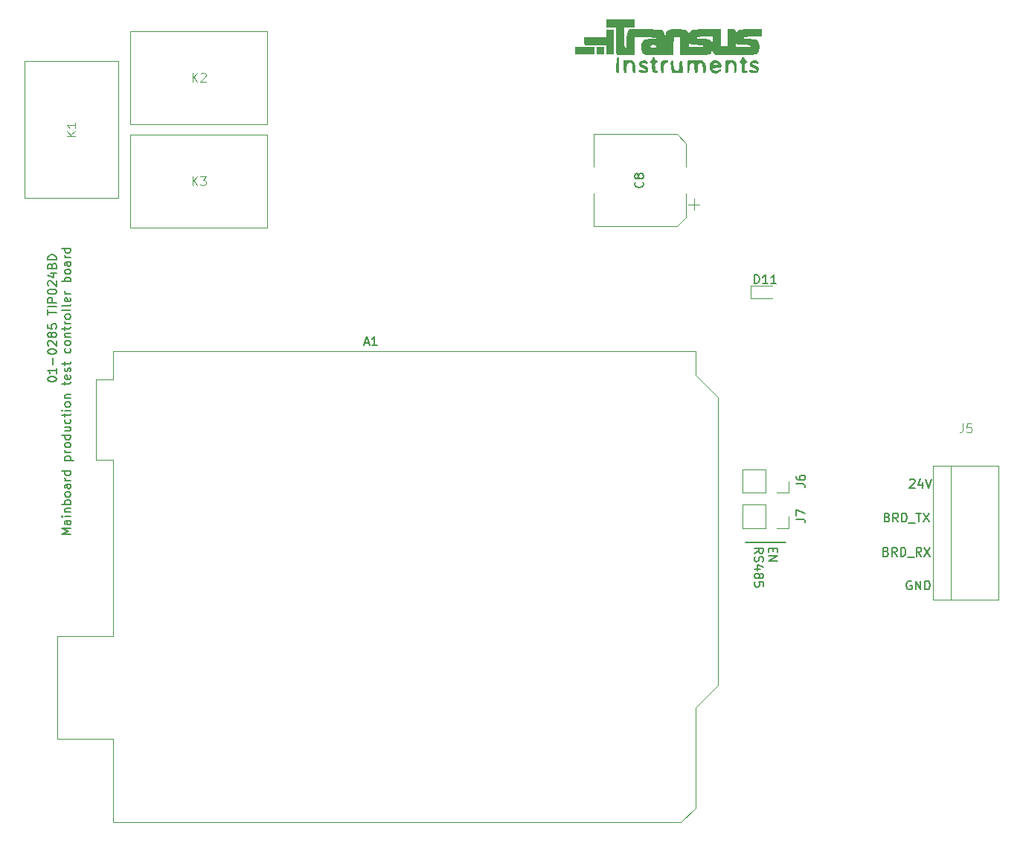
<source format=gbr>
%TF.GenerationSoftware,KiCad,Pcbnew,8.0.1*%
%TF.CreationDate,2024-07-10T12:18:48+02:00*%
%TF.ProjectId,TestBoardArduino,54657374-426f-4617-9264-41726475696e,rev?*%
%TF.SameCoordinates,Original*%
%TF.FileFunction,Legend,Top*%
%TF.FilePolarity,Positive*%
%FSLAX46Y46*%
G04 Gerber Fmt 4.6, Leading zero omitted, Abs format (unit mm)*
G04 Created by KiCad (PCBNEW 8.0.1) date 2024-07-10 12:18:48*
%MOMM*%
%LPD*%
G01*
G04 APERTURE LIST*
%ADD10C,0.150000*%
%ADD11C,0.100000*%
%ADD12C,0.120000*%
%ADD13C,0.000000*%
G04 APERTURE END LIST*
D10*
X152211147Y-93437100D02*
X147645747Y-93437100D01*
X68270794Y-74880741D02*
X68270794Y-74785503D01*
X68270794Y-74785503D02*
X68318413Y-74690265D01*
X68318413Y-74690265D02*
X68366032Y-74642646D01*
X68366032Y-74642646D02*
X68461270Y-74595027D01*
X68461270Y-74595027D02*
X68651746Y-74547408D01*
X68651746Y-74547408D02*
X68889841Y-74547408D01*
X68889841Y-74547408D02*
X69080317Y-74595027D01*
X69080317Y-74595027D02*
X69175555Y-74642646D01*
X69175555Y-74642646D02*
X69223175Y-74690265D01*
X69223175Y-74690265D02*
X69270794Y-74785503D01*
X69270794Y-74785503D02*
X69270794Y-74880741D01*
X69270794Y-74880741D02*
X69223175Y-74975979D01*
X69223175Y-74975979D02*
X69175555Y-75023598D01*
X69175555Y-75023598D02*
X69080317Y-75071217D01*
X69080317Y-75071217D02*
X68889841Y-75118836D01*
X68889841Y-75118836D02*
X68651746Y-75118836D01*
X68651746Y-75118836D02*
X68461270Y-75071217D01*
X68461270Y-75071217D02*
X68366032Y-75023598D01*
X68366032Y-75023598D02*
X68318413Y-74975979D01*
X68318413Y-74975979D02*
X68270794Y-74880741D01*
X69270794Y-73595027D02*
X69270794Y-74166455D01*
X69270794Y-73880741D02*
X68270794Y-73880741D01*
X68270794Y-73880741D02*
X68413651Y-73975979D01*
X68413651Y-73975979D02*
X68508889Y-74071217D01*
X68508889Y-74071217D02*
X68556508Y-74166455D01*
X68889841Y-73166455D02*
X68889841Y-72404551D01*
X68270794Y-71737884D02*
X68270794Y-71642646D01*
X68270794Y-71642646D02*
X68318413Y-71547408D01*
X68318413Y-71547408D02*
X68366032Y-71499789D01*
X68366032Y-71499789D02*
X68461270Y-71452170D01*
X68461270Y-71452170D02*
X68651746Y-71404551D01*
X68651746Y-71404551D02*
X68889841Y-71404551D01*
X68889841Y-71404551D02*
X69080317Y-71452170D01*
X69080317Y-71452170D02*
X69175555Y-71499789D01*
X69175555Y-71499789D02*
X69223175Y-71547408D01*
X69223175Y-71547408D02*
X69270794Y-71642646D01*
X69270794Y-71642646D02*
X69270794Y-71737884D01*
X69270794Y-71737884D02*
X69223175Y-71833122D01*
X69223175Y-71833122D02*
X69175555Y-71880741D01*
X69175555Y-71880741D02*
X69080317Y-71928360D01*
X69080317Y-71928360D02*
X68889841Y-71975979D01*
X68889841Y-71975979D02*
X68651746Y-71975979D01*
X68651746Y-71975979D02*
X68461270Y-71928360D01*
X68461270Y-71928360D02*
X68366032Y-71880741D01*
X68366032Y-71880741D02*
X68318413Y-71833122D01*
X68318413Y-71833122D02*
X68270794Y-71737884D01*
X68366032Y-71023598D02*
X68318413Y-70975979D01*
X68318413Y-70975979D02*
X68270794Y-70880741D01*
X68270794Y-70880741D02*
X68270794Y-70642646D01*
X68270794Y-70642646D02*
X68318413Y-70547408D01*
X68318413Y-70547408D02*
X68366032Y-70499789D01*
X68366032Y-70499789D02*
X68461270Y-70452170D01*
X68461270Y-70452170D02*
X68556508Y-70452170D01*
X68556508Y-70452170D02*
X68699365Y-70499789D01*
X68699365Y-70499789D02*
X69270794Y-71071217D01*
X69270794Y-71071217D02*
X69270794Y-70452170D01*
X68699365Y-69880741D02*
X68651746Y-69975979D01*
X68651746Y-69975979D02*
X68604127Y-70023598D01*
X68604127Y-70023598D02*
X68508889Y-70071217D01*
X68508889Y-70071217D02*
X68461270Y-70071217D01*
X68461270Y-70071217D02*
X68366032Y-70023598D01*
X68366032Y-70023598D02*
X68318413Y-69975979D01*
X68318413Y-69975979D02*
X68270794Y-69880741D01*
X68270794Y-69880741D02*
X68270794Y-69690265D01*
X68270794Y-69690265D02*
X68318413Y-69595027D01*
X68318413Y-69595027D02*
X68366032Y-69547408D01*
X68366032Y-69547408D02*
X68461270Y-69499789D01*
X68461270Y-69499789D02*
X68508889Y-69499789D01*
X68508889Y-69499789D02*
X68604127Y-69547408D01*
X68604127Y-69547408D02*
X68651746Y-69595027D01*
X68651746Y-69595027D02*
X68699365Y-69690265D01*
X68699365Y-69690265D02*
X68699365Y-69880741D01*
X68699365Y-69880741D02*
X68746984Y-69975979D01*
X68746984Y-69975979D02*
X68794603Y-70023598D01*
X68794603Y-70023598D02*
X68889841Y-70071217D01*
X68889841Y-70071217D02*
X69080317Y-70071217D01*
X69080317Y-70071217D02*
X69175555Y-70023598D01*
X69175555Y-70023598D02*
X69223175Y-69975979D01*
X69223175Y-69975979D02*
X69270794Y-69880741D01*
X69270794Y-69880741D02*
X69270794Y-69690265D01*
X69270794Y-69690265D02*
X69223175Y-69595027D01*
X69223175Y-69595027D02*
X69175555Y-69547408D01*
X69175555Y-69547408D02*
X69080317Y-69499789D01*
X69080317Y-69499789D02*
X68889841Y-69499789D01*
X68889841Y-69499789D02*
X68794603Y-69547408D01*
X68794603Y-69547408D02*
X68746984Y-69595027D01*
X68746984Y-69595027D02*
X68699365Y-69690265D01*
X68270794Y-68595027D02*
X68270794Y-69071217D01*
X68270794Y-69071217D02*
X68746984Y-69118836D01*
X68746984Y-69118836D02*
X68699365Y-69071217D01*
X68699365Y-69071217D02*
X68651746Y-68975979D01*
X68651746Y-68975979D02*
X68651746Y-68737884D01*
X68651746Y-68737884D02*
X68699365Y-68642646D01*
X68699365Y-68642646D02*
X68746984Y-68595027D01*
X68746984Y-68595027D02*
X68842222Y-68547408D01*
X68842222Y-68547408D02*
X69080317Y-68547408D01*
X69080317Y-68547408D02*
X69175555Y-68595027D01*
X69175555Y-68595027D02*
X69223175Y-68642646D01*
X69223175Y-68642646D02*
X69270794Y-68737884D01*
X69270794Y-68737884D02*
X69270794Y-68975979D01*
X69270794Y-68975979D02*
X69223175Y-69071217D01*
X69223175Y-69071217D02*
X69175555Y-69118836D01*
X68270794Y-67499788D02*
X68270794Y-66928360D01*
X69270794Y-67214074D02*
X68270794Y-67214074D01*
X69270794Y-66595026D02*
X68270794Y-66595026D01*
X69270794Y-66118836D02*
X68270794Y-66118836D01*
X68270794Y-66118836D02*
X68270794Y-65737884D01*
X68270794Y-65737884D02*
X68318413Y-65642646D01*
X68318413Y-65642646D02*
X68366032Y-65595027D01*
X68366032Y-65595027D02*
X68461270Y-65547408D01*
X68461270Y-65547408D02*
X68604127Y-65547408D01*
X68604127Y-65547408D02*
X68699365Y-65595027D01*
X68699365Y-65595027D02*
X68746984Y-65642646D01*
X68746984Y-65642646D02*
X68794603Y-65737884D01*
X68794603Y-65737884D02*
X68794603Y-66118836D01*
X68270794Y-64928360D02*
X68270794Y-64833122D01*
X68270794Y-64833122D02*
X68318413Y-64737884D01*
X68318413Y-64737884D02*
X68366032Y-64690265D01*
X68366032Y-64690265D02*
X68461270Y-64642646D01*
X68461270Y-64642646D02*
X68651746Y-64595027D01*
X68651746Y-64595027D02*
X68889841Y-64595027D01*
X68889841Y-64595027D02*
X69080317Y-64642646D01*
X69080317Y-64642646D02*
X69175555Y-64690265D01*
X69175555Y-64690265D02*
X69223175Y-64737884D01*
X69223175Y-64737884D02*
X69270794Y-64833122D01*
X69270794Y-64833122D02*
X69270794Y-64928360D01*
X69270794Y-64928360D02*
X69223175Y-65023598D01*
X69223175Y-65023598D02*
X69175555Y-65071217D01*
X69175555Y-65071217D02*
X69080317Y-65118836D01*
X69080317Y-65118836D02*
X68889841Y-65166455D01*
X68889841Y-65166455D02*
X68651746Y-65166455D01*
X68651746Y-65166455D02*
X68461270Y-65118836D01*
X68461270Y-65118836D02*
X68366032Y-65071217D01*
X68366032Y-65071217D02*
X68318413Y-65023598D01*
X68318413Y-65023598D02*
X68270794Y-64928360D01*
X68366032Y-64214074D02*
X68318413Y-64166455D01*
X68318413Y-64166455D02*
X68270794Y-64071217D01*
X68270794Y-64071217D02*
X68270794Y-63833122D01*
X68270794Y-63833122D02*
X68318413Y-63737884D01*
X68318413Y-63737884D02*
X68366032Y-63690265D01*
X68366032Y-63690265D02*
X68461270Y-63642646D01*
X68461270Y-63642646D02*
X68556508Y-63642646D01*
X68556508Y-63642646D02*
X68699365Y-63690265D01*
X68699365Y-63690265D02*
X69270794Y-64261693D01*
X69270794Y-64261693D02*
X69270794Y-63642646D01*
X68604127Y-62785503D02*
X69270794Y-62785503D01*
X68223175Y-63023598D02*
X68937460Y-63261693D01*
X68937460Y-63261693D02*
X68937460Y-62642646D01*
X68746984Y-61928360D02*
X68794603Y-61785503D01*
X68794603Y-61785503D02*
X68842222Y-61737884D01*
X68842222Y-61737884D02*
X68937460Y-61690265D01*
X68937460Y-61690265D02*
X69080317Y-61690265D01*
X69080317Y-61690265D02*
X69175555Y-61737884D01*
X69175555Y-61737884D02*
X69223175Y-61785503D01*
X69223175Y-61785503D02*
X69270794Y-61880741D01*
X69270794Y-61880741D02*
X69270794Y-62261693D01*
X69270794Y-62261693D02*
X68270794Y-62261693D01*
X68270794Y-62261693D02*
X68270794Y-61928360D01*
X68270794Y-61928360D02*
X68318413Y-61833122D01*
X68318413Y-61833122D02*
X68366032Y-61785503D01*
X68366032Y-61785503D02*
X68461270Y-61737884D01*
X68461270Y-61737884D02*
X68556508Y-61737884D01*
X68556508Y-61737884D02*
X68651746Y-61785503D01*
X68651746Y-61785503D02*
X68699365Y-61833122D01*
X68699365Y-61833122D02*
X68746984Y-61928360D01*
X68746984Y-61928360D02*
X68746984Y-62261693D01*
X69270794Y-61261693D02*
X68270794Y-61261693D01*
X68270794Y-61261693D02*
X68270794Y-61023598D01*
X68270794Y-61023598D02*
X68318413Y-60880741D01*
X68318413Y-60880741D02*
X68413651Y-60785503D01*
X68413651Y-60785503D02*
X68508889Y-60737884D01*
X68508889Y-60737884D02*
X68699365Y-60690265D01*
X68699365Y-60690265D02*
X68842222Y-60690265D01*
X68842222Y-60690265D02*
X69032698Y-60737884D01*
X69032698Y-60737884D02*
X69127936Y-60785503D01*
X69127936Y-60785503D02*
X69223175Y-60880741D01*
X69223175Y-60880741D02*
X69270794Y-61023598D01*
X69270794Y-61023598D02*
X69270794Y-61261693D01*
X70880738Y-92499795D02*
X69880738Y-92499795D01*
X69880738Y-92499795D02*
X70595023Y-92166462D01*
X70595023Y-92166462D02*
X69880738Y-91833129D01*
X69880738Y-91833129D02*
X70880738Y-91833129D01*
X70880738Y-90928367D02*
X70356928Y-90928367D01*
X70356928Y-90928367D02*
X70261690Y-90975986D01*
X70261690Y-90975986D02*
X70214071Y-91071224D01*
X70214071Y-91071224D02*
X70214071Y-91261700D01*
X70214071Y-91261700D02*
X70261690Y-91356938D01*
X70833119Y-90928367D02*
X70880738Y-91023605D01*
X70880738Y-91023605D02*
X70880738Y-91261700D01*
X70880738Y-91261700D02*
X70833119Y-91356938D01*
X70833119Y-91356938D02*
X70737880Y-91404557D01*
X70737880Y-91404557D02*
X70642642Y-91404557D01*
X70642642Y-91404557D02*
X70547404Y-91356938D01*
X70547404Y-91356938D02*
X70499785Y-91261700D01*
X70499785Y-91261700D02*
X70499785Y-91023605D01*
X70499785Y-91023605D02*
X70452166Y-90928367D01*
X70880738Y-90452176D02*
X70214071Y-90452176D01*
X69880738Y-90452176D02*
X69928357Y-90499795D01*
X69928357Y-90499795D02*
X69975976Y-90452176D01*
X69975976Y-90452176D02*
X69928357Y-90404557D01*
X69928357Y-90404557D02*
X69880738Y-90452176D01*
X69880738Y-90452176D02*
X69975976Y-90452176D01*
X70214071Y-89975986D02*
X70880738Y-89975986D01*
X70309309Y-89975986D02*
X70261690Y-89928367D01*
X70261690Y-89928367D02*
X70214071Y-89833129D01*
X70214071Y-89833129D02*
X70214071Y-89690272D01*
X70214071Y-89690272D02*
X70261690Y-89595034D01*
X70261690Y-89595034D02*
X70356928Y-89547415D01*
X70356928Y-89547415D02*
X70880738Y-89547415D01*
X70880738Y-89071224D02*
X69880738Y-89071224D01*
X70261690Y-89071224D02*
X70214071Y-88975986D01*
X70214071Y-88975986D02*
X70214071Y-88785510D01*
X70214071Y-88785510D02*
X70261690Y-88690272D01*
X70261690Y-88690272D02*
X70309309Y-88642653D01*
X70309309Y-88642653D02*
X70404547Y-88595034D01*
X70404547Y-88595034D02*
X70690261Y-88595034D01*
X70690261Y-88595034D02*
X70785499Y-88642653D01*
X70785499Y-88642653D02*
X70833119Y-88690272D01*
X70833119Y-88690272D02*
X70880738Y-88785510D01*
X70880738Y-88785510D02*
X70880738Y-88975986D01*
X70880738Y-88975986D02*
X70833119Y-89071224D01*
X70880738Y-88023605D02*
X70833119Y-88118843D01*
X70833119Y-88118843D02*
X70785499Y-88166462D01*
X70785499Y-88166462D02*
X70690261Y-88214081D01*
X70690261Y-88214081D02*
X70404547Y-88214081D01*
X70404547Y-88214081D02*
X70309309Y-88166462D01*
X70309309Y-88166462D02*
X70261690Y-88118843D01*
X70261690Y-88118843D02*
X70214071Y-88023605D01*
X70214071Y-88023605D02*
X70214071Y-87880748D01*
X70214071Y-87880748D02*
X70261690Y-87785510D01*
X70261690Y-87785510D02*
X70309309Y-87737891D01*
X70309309Y-87737891D02*
X70404547Y-87690272D01*
X70404547Y-87690272D02*
X70690261Y-87690272D01*
X70690261Y-87690272D02*
X70785499Y-87737891D01*
X70785499Y-87737891D02*
X70833119Y-87785510D01*
X70833119Y-87785510D02*
X70880738Y-87880748D01*
X70880738Y-87880748D02*
X70880738Y-88023605D01*
X70880738Y-86833129D02*
X70356928Y-86833129D01*
X70356928Y-86833129D02*
X70261690Y-86880748D01*
X70261690Y-86880748D02*
X70214071Y-86975986D01*
X70214071Y-86975986D02*
X70214071Y-87166462D01*
X70214071Y-87166462D02*
X70261690Y-87261700D01*
X70833119Y-86833129D02*
X70880738Y-86928367D01*
X70880738Y-86928367D02*
X70880738Y-87166462D01*
X70880738Y-87166462D02*
X70833119Y-87261700D01*
X70833119Y-87261700D02*
X70737880Y-87309319D01*
X70737880Y-87309319D02*
X70642642Y-87309319D01*
X70642642Y-87309319D02*
X70547404Y-87261700D01*
X70547404Y-87261700D02*
X70499785Y-87166462D01*
X70499785Y-87166462D02*
X70499785Y-86928367D01*
X70499785Y-86928367D02*
X70452166Y-86833129D01*
X70880738Y-86356938D02*
X70214071Y-86356938D01*
X70404547Y-86356938D02*
X70309309Y-86309319D01*
X70309309Y-86309319D02*
X70261690Y-86261700D01*
X70261690Y-86261700D02*
X70214071Y-86166462D01*
X70214071Y-86166462D02*
X70214071Y-86071224D01*
X70880738Y-85309319D02*
X69880738Y-85309319D01*
X70833119Y-85309319D02*
X70880738Y-85404557D01*
X70880738Y-85404557D02*
X70880738Y-85595033D01*
X70880738Y-85595033D02*
X70833119Y-85690271D01*
X70833119Y-85690271D02*
X70785499Y-85737890D01*
X70785499Y-85737890D02*
X70690261Y-85785509D01*
X70690261Y-85785509D02*
X70404547Y-85785509D01*
X70404547Y-85785509D02*
X70309309Y-85737890D01*
X70309309Y-85737890D02*
X70261690Y-85690271D01*
X70261690Y-85690271D02*
X70214071Y-85595033D01*
X70214071Y-85595033D02*
X70214071Y-85404557D01*
X70214071Y-85404557D02*
X70261690Y-85309319D01*
X70214071Y-84071223D02*
X71214071Y-84071223D01*
X70261690Y-84071223D02*
X70214071Y-83975985D01*
X70214071Y-83975985D02*
X70214071Y-83785509D01*
X70214071Y-83785509D02*
X70261690Y-83690271D01*
X70261690Y-83690271D02*
X70309309Y-83642652D01*
X70309309Y-83642652D02*
X70404547Y-83595033D01*
X70404547Y-83595033D02*
X70690261Y-83595033D01*
X70690261Y-83595033D02*
X70785499Y-83642652D01*
X70785499Y-83642652D02*
X70833119Y-83690271D01*
X70833119Y-83690271D02*
X70880738Y-83785509D01*
X70880738Y-83785509D02*
X70880738Y-83975985D01*
X70880738Y-83975985D02*
X70833119Y-84071223D01*
X70880738Y-83166461D02*
X70214071Y-83166461D01*
X70404547Y-83166461D02*
X70309309Y-83118842D01*
X70309309Y-83118842D02*
X70261690Y-83071223D01*
X70261690Y-83071223D02*
X70214071Y-82975985D01*
X70214071Y-82975985D02*
X70214071Y-82880747D01*
X70880738Y-82404556D02*
X70833119Y-82499794D01*
X70833119Y-82499794D02*
X70785499Y-82547413D01*
X70785499Y-82547413D02*
X70690261Y-82595032D01*
X70690261Y-82595032D02*
X70404547Y-82595032D01*
X70404547Y-82595032D02*
X70309309Y-82547413D01*
X70309309Y-82547413D02*
X70261690Y-82499794D01*
X70261690Y-82499794D02*
X70214071Y-82404556D01*
X70214071Y-82404556D02*
X70214071Y-82261699D01*
X70214071Y-82261699D02*
X70261690Y-82166461D01*
X70261690Y-82166461D02*
X70309309Y-82118842D01*
X70309309Y-82118842D02*
X70404547Y-82071223D01*
X70404547Y-82071223D02*
X70690261Y-82071223D01*
X70690261Y-82071223D02*
X70785499Y-82118842D01*
X70785499Y-82118842D02*
X70833119Y-82166461D01*
X70833119Y-82166461D02*
X70880738Y-82261699D01*
X70880738Y-82261699D02*
X70880738Y-82404556D01*
X70880738Y-81214080D02*
X69880738Y-81214080D01*
X70833119Y-81214080D02*
X70880738Y-81309318D01*
X70880738Y-81309318D02*
X70880738Y-81499794D01*
X70880738Y-81499794D02*
X70833119Y-81595032D01*
X70833119Y-81595032D02*
X70785499Y-81642651D01*
X70785499Y-81642651D02*
X70690261Y-81690270D01*
X70690261Y-81690270D02*
X70404547Y-81690270D01*
X70404547Y-81690270D02*
X70309309Y-81642651D01*
X70309309Y-81642651D02*
X70261690Y-81595032D01*
X70261690Y-81595032D02*
X70214071Y-81499794D01*
X70214071Y-81499794D02*
X70214071Y-81309318D01*
X70214071Y-81309318D02*
X70261690Y-81214080D01*
X70214071Y-80309318D02*
X70880738Y-80309318D01*
X70214071Y-80737889D02*
X70737880Y-80737889D01*
X70737880Y-80737889D02*
X70833119Y-80690270D01*
X70833119Y-80690270D02*
X70880738Y-80595032D01*
X70880738Y-80595032D02*
X70880738Y-80452175D01*
X70880738Y-80452175D02*
X70833119Y-80356937D01*
X70833119Y-80356937D02*
X70785499Y-80309318D01*
X70833119Y-79404556D02*
X70880738Y-79499794D01*
X70880738Y-79499794D02*
X70880738Y-79690270D01*
X70880738Y-79690270D02*
X70833119Y-79785508D01*
X70833119Y-79785508D02*
X70785499Y-79833127D01*
X70785499Y-79833127D02*
X70690261Y-79880746D01*
X70690261Y-79880746D02*
X70404547Y-79880746D01*
X70404547Y-79880746D02*
X70309309Y-79833127D01*
X70309309Y-79833127D02*
X70261690Y-79785508D01*
X70261690Y-79785508D02*
X70214071Y-79690270D01*
X70214071Y-79690270D02*
X70214071Y-79499794D01*
X70214071Y-79499794D02*
X70261690Y-79404556D01*
X70214071Y-79118841D02*
X70214071Y-78737889D01*
X69880738Y-78975984D02*
X70737880Y-78975984D01*
X70737880Y-78975984D02*
X70833119Y-78928365D01*
X70833119Y-78928365D02*
X70880738Y-78833127D01*
X70880738Y-78833127D02*
X70880738Y-78737889D01*
X70880738Y-78404555D02*
X70214071Y-78404555D01*
X69880738Y-78404555D02*
X69928357Y-78452174D01*
X69928357Y-78452174D02*
X69975976Y-78404555D01*
X69975976Y-78404555D02*
X69928357Y-78356936D01*
X69928357Y-78356936D02*
X69880738Y-78404555D01*
X69880738Y-78404555D02*
X69975976Y-78404555D01*
X70880738Y-77785508D02*
X70833119Y-77880746D01*
X70833119Y-77880746D02*
X70785499Y-77928365D01*
X70785499Y-77928365D02*
X70690261Y-77975984D01*
X70690261Y-77975984D02*
X70404547Y-77975984D01*
X70404547Y-77975984D02*
X70309309Y-77928365D01*
X70309309Y-77928365D02*
X70261690Y-77880746D01*
X70261690Y-77880746D02*
X70214071Y-77785508D01*
X70214071Y-77785508D02*
X70214071Y-77642651D01*
X70214071Y-77642651D02*
X70261690Y-77547413D01*
X70261690Y-77547413D02*
X70309309Y-77499794D01*
X70309309Y-77499794D02*
X70404547Y-77452175D01*
X70404547Y-77452175D02*
X70690261Y-77452175D01*
X70690261Y-77452175D02*
X70785499Y-77499794D01*
X70785499Y-77499794D02*
X70833119Y-77547413D01*
X70833119Y-77547413D02*
X70880738Y-77642651D01*
X70880738Y-77642651D02*
X70880738Y-77785508D01*
X70214071Y-77023603D02*
X70880738Y-77023603D01*
X70309309Y-77023603D02*
X70261690Y-76975984D01*
X70261690Y-76975984D02*
X70214071Y-76880746D01*
X70214071Y-76880746D02*
X70214071Y-76737889D01*
X70214071Y-76737889D02*
X70261690Y-76642651D01*
X70261690Y-76642651D02*
X70356928Y-76595032D01*
X70356928Y-76595032D02*
X70880738Y-76595032D01*
X70214071Y-75499793D02*
X70214071Y-75118841D01*
X69880738Y-75356936D02*
X70737880Y-75356936D01*
X70737880Y-75356936D02*
X70833119Y-75309317D01*
X70833119Y-75309317D02*
X70880738Y-75214079D01*
X70880738Y-75214079D02*
X70880738Y-75118841D01*
X70833119Y-74404555D02*
X70880738Y-74499793D01*
X70880738Y-74499793D02*
X70880738Y-74690269D01*
X70880738Y-74690269D02*
X70833119Y-74785507D01*
X70833119Y-74785507D02*
X70737880Y-74833126D01*
X70737880Y-74833126D02*
X70356928Y-74833126D01*
X70356928Y-74833126D02*
X70261690Y-74785507D01*
X70261690Y-74785507D02*
X70214071Y-74690269D01*
X70214071Y-74690269D02*
X70214071Y-74499793D01*
X70214071Y-74499793D02*
X70261690Y-74404555D01*
X70261690Y-74404555D02*
X70356928Y-74356936D01*
X70356928Y-74356936D02*
X70452166Y-74356936D01*
X70452166Y-74356936D02*
X70547404Y-74833126D01*
X70833119Y-73975983D02*
X70880738Y-73880745D01*
X70880738Y-73880745D02*
X70880738Y-73690269D01*
X70880738Y-73690269D02*
X70833119Y-73595031D01*
X70833119Y-73595031D02*
X70737880Y-73547412D01*
X70737880Y-73547412D02*
X70690261Y-73547412D01*
X70690261Y-73547412D02*
X70595023Y-73595031D01*
X70595023Y-73595031D02*
X70547404Y-73690269D01*
X70547404Y-73690269D02*
X70547404Y-73833126D01*
X70547404Y-73833126D02*
X70499785Y-73928364D01*
X70499785Y-73928364D02*
X70404547Y-73975983D01*
X70404547Y-73975983D02*
X70356928Y-73975983D01*
X70356928Y-73975983D02*
X70261690Y-73928364D01*
X70261690Y-73928364D02*
X70214071Y-73833126D01*
X70214071Y-73833126D02*
X70214071Y-73690269D01*
X70214071Y-73690269D02*
X70261690Y-73595031D01*
X70214071Y-73261697D02*
X70214071Y-72880745D01*
X69880738Y-73118840D02*
X70737880Y-73118840D01*
X70737880Y-73118840D02*
X70833119Y-73071221D01*
X70833119Y-73071221D02*
X70880738Y-72975983D01*
X70880738Y-72975983D02*
X70880738Y-72880745D01*
X70833119Y-71356935D02*
X70880738Y-71452173D01*
X70880738Y-71452173D02*
X70880738Y-71642649D01*
X70880738Y-71642649D02*
X70833119Y-71737887D01*
X70833119Y-71737887D02*
X70785499Y-71785506D01*
X70785499Y-71785506D02*
X70690261Y-71833125D01*
X70690261Y-71833125D02*
X70404547Y-71833125D01*
X70404547Y-71833125D02*
X70309309Y-71785506D01*
X70309309Y-71785506D02*
X70261690Y-71737887D01*
X70261690Y-71737887D02*
X70214071Y-71642649D01*
X70214071Y-71642649D02*
X70214071Y-71452173D01*
X70214071Y-71452173D02*
X70261690Y-71356935D01*
X70880738Y-70785506D02*
X70833119Y-70880744D01*
X70833119Y-70880744D02*
X70785499Y-70928363D01*
X70785499Y-70928363D02*
X70690261Y-70975982D01*
X70690261Y-70975982D02*
X70404547Y-70975982D01*
X70404547Y-70975982D02*
X70309309Y-70928363D01*
X70309309Y-70928363D02*
X70261690Y-70880744D01*
X70261690Y-70880744D02*
X70214071Y-70785506D01*
X70214071Y-70785506D02*
X70214071Y-70642649D01*
X70214071Y-70642649D02*
X70261690Y-70547411D01*
X70261690Y-70547411D02*
X70309309Y-70499792D01*
X70309309Y-70499792D02*
X70404547Y-70452173D01*
X70404547Y-70452173D02*
X70690261Y-70452173D01*
X70690261Y-70452173D02*
X70785499Y-70499792D01*
X70785499Y-70499792D02*
X70833119Y-70547411D01*
X70833119Y-70547411D02*
X70880738Y-70642649D01*
X70880738Y-70642649D02*
X70880738Y-70785506D01*
X70214071Y-70023601D02*
X70880738Y-70023601D01*
X70309309Y-70023601D02*
X70261690Y-69975982D01*
X70261690Y-69975982D02*
X70214071Y-69880744D01*
X70214071Y-69880744D02*
X70214071Y-69737887D01*
X70214071Y-69737887D02*
X70261690Y-69642649D01*
X70261690Y-69642649D02*
X70356928Y-69595030D01*
X70356928Y-69595030D02*
X70880738Y-69595030D01*
X70214071Y-69261696D02*
X70214071Y-68880744D01*
X69880738Y-69118839D02*
X70737880Y-69118839D01*
X70737880Y-69118839D02*
X70833119Y-69071220D01*
X70833119Y-69071220D02*
X70880738Y-68975982D01*
X70880738Y-68975982D02*
X70880738Y-68880744D01*
X70880738Y-68547410D02*
X70214071Y-68547410D01*
X70404547Y-68547410D02*
X70309309Y-68499791D01*
X70309309Y-68499791D02*
X70261690Y-68452172D01*
X70261690Y-68452172D02*
X70214071Y-68356934D01*
X70214071Y-68356934D02*
X70214071Y-68261696D01*
X70880738Y-67785505D02*
X70833119Y-67880743D01*
X70833119Y-67880743D02*
X70785499Y-67928362D01*
X70785499Y-67928362D02*
X70690261Y-67975981D01*
X70690261Y-67975981D02*
X70404547Y-67975981D01*
X70404547Y-67975981D02*
X70309309Y-67928362D01*
X70309309Y-67928362D02*
X70261690Y-67880743D01*
X70261690Y-67880743D02*
X70214071Y-67785505D01*
X70214071Y-67785505D02*
X70214071Y-67642648D01*
X70214071Y-67642648D02*
X70261690Y-67547410D01*
X70261690Y-67547410D02*
X70309309Y-67499791D01*
X70309309Y-67499791D02*
X70404547Y-67452172D01*
X70404547Y-67452172D02*
X70690261Y-67452172D01*
X70690261Y-67452172D02*
X70785499Y-67499791D01*
X70785499Y-67499791D02*
X70833119Y-67547410D01*
X70833119Y-67547410D02*
X70880738Y-67642648D01*
X70880738Y-67642648D02*
X70880738Y-67785505D01*
X70880738Y-66880743D02*
X70833119Y-66975981D01*
X70833119Y-66975981D02*
X70737880Y-67023600D01*
X70737880Y-67023600D02*
X69880738Y-67023600D01*
X70880738Y-66356933D02*
X70833119Y-66452171D01*
X70833119Y-66452171D02*
X70737880Y-66499790D01*
X70737880Y-66499790D02*
X69880738Y-66499790D01*
X70833119Y-65595028D02*
X70880738Y-65690266D01*
X70880738Y-65690266D02*
X70880738Y-65880742D01*
X70880738Y-65880742D02*
X70833119Y-65975980D01*
X70833119Y-65975980D02*
X70737880Y-66023599D01*
X70737880Y-66023599D02*
X70356928Y-66023599D01*
X70356928Y-66023599D02*
X70261690Y-65975980D01*
X70261690Y-65975980D02*
X70214071Y-65880742D01*
X70214071Y-65880742D02*
X70214071Y-65690266D01*
X70214071Y-65690266D02*
X70261690Y-65595028D01*
X70261690Y-65595028D02*
X70356928Y-65547409D01*
X70356928Y-65547409D02*
X70452166Y-65547409D01*
X70452166Y-65547409D02*
X70547404Y-66023599D01*
X70880738Y-65118837D02*
X70214071Y-65118837D01*
X70404547Y-65118837D02*
X70309309Y-65071218D01*
X70309309Y-65071218D02*
X70261690Y-65023599D01*
X70261690Y-65023599D02*
X70214071Y-64928361D01*
X70214071Y-64928361D02*
X70214071Y-64833123D01*
X70880738Y-63737884D02*
X69880738Y-63737884D01*
X70261690Y-63737884D02*
X70214071Y-63642646D01*
X70214071Y-63642646D02*
X70214071Y-63452170D01*
X70214071Y-63452170D02*
X70261690Y-63356932D01*
X70261690Y-63356932D02*
X70309309Y-63309313D01*
X70309309Y-63309313D02*
X70404547Y-63261694D01*
X70404547Y-63261694D02*
X70690261Y-63261694D01*
X70690261Y-63261694D02*
X70785499Y-63309313D01*
X70785499Y-63309313D02*
X70833119Y-63356932D01*
X70833119Y-63356932D02*
X70880738Y-63452170D01*
X70880738Y-63452170D02*
X70880738Y-63642646D01*
X70880738Y-63642646D02*
X70833119Y-63737884D01*
X70880738Y-62690265D02*
X70833119Y-62785503D01*
X70833119Y-62785503D02*
X70785499Y-62833122D01*
X70785499Y-62833122D02*
X70690261Y-62880741D01*
X70690261Y-62880741D02*
X70404547Y-62880741D01*
X70404547Y-62880741D02*
X70309309Y-62833122D01*
X70309309Y-62833122D02*
X70261690Y-62785503D01*
X70261690Y-62785503D02*
X70214071Y-62690265D01*
X70214071Y-62690265D02*
X70214071Y-62547408D01*
X70214071Y-62547408D02*
X70261690Y-62452170D01*
X70261690Y-62452170D02*
X70309309Y-62404551D01*
X70309309Y-62404551D02*
X70404547Y-62356932D01*
X70404547Y-62356932D02*
X70690261Y-62356932D01*
X70690261Y-62356932D02*
X70785499Y-62404551D01*
X70785499Y-62404551D02*
X70833119Y-62452170D01*
X70833119Y-62452170D02*
X70880738Y-62547408D01*
X70880738Y-62547408D02*
X70880738Y-62690265D01*
X70880738Y-61499789D02*
X70356928Y-61499789D01*
X70356928Y-61499789D02*
X70261690Y-61547408D01*
X70261690Y-61547408D02*
X70214071Y-61642646D01*
X70214071Y-61642646D02*
X70214071Y-61833122D01*
X70214071Y-61833122D02*
X70261690Y-61928360D01*
X70833119Y-61499789D02*
X70880738Y-61595027D01*
X70880738Y-61595027D02*
X70880738Y-61833122D01*
X70880738Y-61833122D02*
X70833119Y-61928360D01*
X70833119Y-61928360D02*
X70737880Y-61975979D01*
X70737880Y-61975979D02*
X70642642Y-61975979D01*
X70642642Y-61975979D02*
X70547404Y-61928360D01*
X70547404Y-61928360D02*
X70499785Y-61833122D01*
X70499785Y-61833122D02*
X70499785Y-61595027D01*
X70499785Y-61595027D02*
X70452166Y-61499789D01*
X70880738Y-61023598D02*
X70214071Y-61023598D01*
X70404547Y-61023598D02*
X70309309Y-60975979D01*
X70309309Y-60975979D02*
X70261690Y-60928360D01*
X70261690Y-60928360D02*
X70214071Y-60833122D01*
X70214071Y-60833122D02*
X70214071Y-60737884D01*
X70880738Y-59975979D02*
X69880738Y-59975979D01*
X70833119Y-59975979D02*
X70880738Y-60071217D01*
X70880738Y-60071217D02*
X70880738Y-60261693D01*
X70880738Y-60261693D02*
X70833119Y-60356931D01*
X70833119Y-60356931D02*
X70785499Y-60404550D01*
X70785499Y-60404550D02*
X70690261Y-60452169D01*
X70690261Y-60452169D02*
X70404547Y-60452169D01*
X70404547Y-60452169D02*
X70309309Y-60404550D01*
X70309309Y-60404550D02*
X70261690Y-60356931D01*
X70261690Y-60356931D02*
X70214071Y-60261693D01*
X70214071Y-60261693D02*
X70214071Y-60071217D01*
X70214071Y-60071217D02*
X70261690Y-59975979D01*
X163686859Y-94469009D02*
X163829716Y-94516628D01*
X163829716Y-94516628D02*
X163877335Y-94564247D01*
X163877335Y-94564247D02*
X163924954Y-94659485D01*
X163924954Y-94659485D02*
X163924954Y-94802342D01*
X163924954Y-94802342D02*
X163877335Y-94897580D01*
X163877335Y-94897580D02*
X163829716Y-94945200D01*
X163829716Y-94945200D02*
X163734478Y-94992819D01*
X163734478Y-94992819D02*
X163353526Y-94992819D01*
X163353526Y-94992819D02*
X163353526Y-93992819D01*
X163353526Y-93992819D02*
X163686859Y-93992819D01*
X163686859Y-93992819D02*
X163782097Y-94040438D01*
X163782097Y-94040438D02*
X163829716Y-94088057D01*
X163829716Y-94088057D02*
X163877335Y-94183295D01*
X163877335Y-94183295D02*
X163877335Y-94278533D01*
X163877335Y-94278533D02*
X163829716Y-94373771D01*
X163829716Y-94373771D02*
X163782097Y-94421390D01*
X163782097Y-94421390D02*
X163686859Y-94469009D01*
X163686859Y-94469009D02*
X163353526Y-94469009D01*
X164924954Y-94992819D02*
X164591621Y-94516628D01*
X164353526Y-94992819D02*
X164353526Y-93992819D01*
X164353526Y-93992819D02*
X164734478Y-93992819D01*
X164734478Y-93992819D02*
X164829716Y-94040438D01*
X164829716Y-94040438D02*
X164877335Y-94088057D01*
X164877335Y-94088057D02*
X164924954Y-94183295D01*
X164924954Y-94183295D02*
X164924954Y-94326152D01*
X164924954Y-94326152D02*
X164877335Y-94421390D01*
X164877335Y-94421390D02*
X164829716Y-94469009D01*
X164829716Y-94469009D02*
X164734478Y-94516628D01*
X164734478Y-94516628D02*
X164353526Y-94516628D01*
X165353526Y-94992819D02*
X165353526Y-93992819D01*
X165353526Y-93992819D02*
X165591621Y-93992819D01*
X165591621Y-93992819D02*
X165734478Y-94040438D01*
X165734478Y-94040438D02*
X165829716Y-94135676D01*
X165829716Y-94135676D02*
X165877335Y-94230914D01*
X165877335Y-94230914D02*
X165924954Y-94421390D01*
X165924954Y-94421390D02*
X165924954Y-94564247D01*
X165924954Y-94564247D02*
X165877335Y-94754723D01*
X165877335Y-94754723D02*
X165829716Y-94849961D01*
X165829716Y-94849961D02*
X165734478Y-94945200D01*
X165734478Y-94945200D02*
X165591621Y-94992819D01*
X165591621Y-94992819D02*
X165353526Y-94992819D01*
X166115431Y-95088057D02*
X166877335Y-95088057D01*
X167686859Y-94992819D02*
X167353526Y-94516628D01*
X167115431Y-94992819D02*
X167115431Y-93992819D01*
X167115431Y-93992819D02*
X167496383Y-93992819D01*
X167496383Y-93992819D02*
X167591621Y-94040438D01*
X167591621Y-94040438D02*
X167639240Y-94088057D01*
X167639240Y-94088057D02*
X167686859Y-94183295D01*
X167686859Y-94183295D02*
X167686859Y-94326152D01*
X167686859Y-94326152D02*
X167639240Y-94421390D01*
X167639240Y-94421390D02*
X167591621Y-94469009D01*
X167591621Y-94469009D02*
X167496383Y-94516628D01*
X167496383Y-94516628D02*
X167115431Y-94516628D01*
X168020193Y-93992819D02*
X168686859Y-94992819D01*
X168686859Y-93992819D02*
X168020193Y-94992819D01*
X150833481Y-94075879D02*
X150833481Y-94409212D01*
X150309671Y-94552069D02*
X150309671Y-94075879D01*
X150309671Y-94075879D02*
X151309671Y-94075879D01*
X151309671Y-94075879D02*
X151309671Y-94552069D01*
X150309671Y-94980641D02*
X151309671Y-94980641D01*
X151309671Y-94980641D02*
X150309671Y-95552069D01*
X150309671Y-95552069D02*
X151309671Y-95552069D01*
X148699727Y-94647307D02*
X149175918Y-94313974D01*
X148699727Y-94075879D02*
X149699727Y-94075879D01*
X149699727Y-94075879D02*
X149699727Y-94456831D01*
X149699727Y-94456831D02*
X149652108Y-94552069D01*
X149652108Y-94552069D02*
X149604489Y-94599688D01*
X149604489Y-94599688D02*
X149509251Y-94647307D01*
X149509251Y-94647307D02*
X149366394Y-94647307D01*
X149366394Y-94647307D02*
X149271156Y-94599688D01*
X149271156Y-94599688D02*
X149223537Y-94552069D01*
X149223537Y-94552069D02*
X149175918Y-94456831D01*
X149175918Y-94456831D02*
X149175918Y-94075879D01*
X148747347Y-95028260D02*
X148699727Y-95171117D01*
X148699727Y-95171117D02*
X148699727Y-95409212D01*
X148699727Y-95409212D02*
X148747347Y-95504450D01*
X148747347Y-95504450D02*
X148794966Y-95552069D01*
X148794966Y-95552069D02*
X148890204Y-95599688D01*
X148890204Y-95599688D02*
X148985442Y-95599688D01*
X148985442Y-95599688D02*
X149080680Y-95552069D01*
X149080680Y-95552069D02*
X149128299Y-95504450D01*
X149128299Y-95504450D02*
X149175918Y-95409212D01*
X149175918Y-95409212D02*
X149223537Y-95218736D01*
X149223537Y-95218736D02*
X149271156Y-95123498D01*
X149271156Y-95123498D02*
X149318775Y-95075879D01*
X149318775Y-95075879D02*
X149414013Y-95028260D01*
X149414013Y-95028260D02*
X149509251Y-95028260D01*
X149509251Y-95028260D02*
X149604489Y-95075879D01*
X149604489Y-95075879D02*
X149652108Y-95123498D01*
X149652108Y-95123498D02*
X149699727Y-95218736D01*
X149699727Y-95218736D02*
X149699727Y-95456831D01*
X149699727Y-95456831D02*
X149652108Y-95599688D01*
X149366394Y-96456831D02*
X148699727Y-96456831D01*
X149747347Y-96218736D02*
X149033061Y-95980641D01*
X149033061Y-95980641D02*
X149033061Y-96599688D01*
X149271156Y-97123498D02*
X149318775Y-97028260D01*
X149318775Y-97028260D02*
X149366394Y-96980641D01*
X149366394Y-96980641D02*
X149461632Y-96933022D01*
X149461632Y-96933022D02*
X149509251Y-96933022D01*
X149509251Y-96933022D02*
X149604489Y-96980641D01*
X149604489Y-96980641D02*
X149652108Y-97028260D01*
X149652108Y-97028260D02*
X149699727Y-97123498D01*
X149699727Y-97123498D02*
X149699727Y-97313974D01*
X149699727Y-97313974D02*
X149652108Y-97409212D01*
X149652108Y-97409212D02*
X149604489Y-97456831D01*
X149604489Y-97456831D02*
X149509251Y-97504450D01*
X149509251Y-97504450D02*
X149461632Y-97504450D01*
X149461632Y-97504450D02*
X149366394Y-97456831D01*
X149366394Y-97456831D02*
X149318775Y-97409212D01*
X149318775Y-97409212D02*
X149271156Y-97313974D01*
X149271156Y-97313974D02*
X149271156Y-97123498D01*
X149271156Y-97123498D02*
X149223537Y-97028260D01*
X149223537Y-97028260D02*
X149175918Y-96980641D01*
X149175918Y-96980641D02*
X149080680Y-96933022D01*
X149080680Y-96933022D02*
X148890204Y-96933022D01*
X148890204Y-96933022D02*
X148794966Y-96980641D01*
X148794966Y-96980641D02*
X148747347Y-97028260D01*
X148747347Y-97028260D02*
X148699727Y-97123498D01*
X148699727Y-97123498D02*
X148699727Y-97313974D01*
X148699727Y-97313974D02*
X148747347Y-97409212D01*
X148747347Y-97409212D02*
X148794966Y-97456831D01*
X148794966Y-97456831D02*
X148890204Y-97504450D01*
X148890204Y-97504450D02*
X149080680Y-97504450D01*
X149080680Y-97504450D02*
X149175918Y-97456831D01*
X149175918Y-97456831D02*
X149223537Y-97409212D01*
X149223537Y-97409212D02*
X149271156Y-97313974D01*
X149699727Y-98409212D02*
X149699727Y-97933022D01*
X149699727Y-97933022D02*
X149223537Y-97885403D01*
X149223537Y-97885403D02*
X149271156Y-97933022D01*
X149271156Y-97933022D02*
X149318775Y-98028260D01*
X149318775Y-98028260D02*
X149318775Y-98266355D01*
X149318775Y-98266355D02*
X149271156Y-98361593D01*
X149271156Y-98361593D02*
X149223537Y-98409212D01*
X149223537Y-98409212D02*
X149128299Y-98456831D01*
X149128299Y-98456831D02*
X148890204Y-98456831D01*
X148890204Y-98456831D02*
X148794966Y-98409212D01*
X148794966Y-98409212D02*
X148747347Y-98361593D01*
X148747347Y-98361593D02*
X148699727Y-98266355D01*
X148699727Y-98266355D02*
X148699727Y-98028260D01*
X148699727Y-98028260D02*
X148747347Y-97933022D01*
X148747347Y-97933022D02*
X148794966Y-97885403D01*
X163813859Y-90557409D02*
X163956716Y-90605028D01*
X163956716Y-90605028D02*
X164004335Y-90652647D01*
X164004335Y-90652647D02*
X164051954Y-90747885D01*
X164051954Y-90747885D02*
X164051954Y-90890742D01*
X164051954Y-90890742D02*
X164004335Y-90985980D01*
X164004335Y-90985980D02*
X163956716Y-91033600D01*
X163956716Y-91033600D02*
X163861478Y-91081219D01*
X163861478Y-91081219D02*
X163480526Y-91081219D01*
X163480526Y-91081219D02*
X163480526Y-90081219D01*
X163480526Y-90081219D02*
X163813859Y-90081219D01*
X163813859Y-90081219D02*
X163909097Y-90128838D01*
X163909097Y-90128838D02*
X163956716Y-90176457D01*
X163956716Y-90176457D02*
X164004335Y-90271695D01*
X164004335Y-90271695D02*
X164004335Y-90366933D01*
X164004335Y-90366933D02*
X163956716Y-90462171D01*
X163956716Y-90462171D02*
X163909097Y-90509790D01*
X163909097Y-90509790D02*
X163813859Y-90557409D01*
X163813859Y-90557409D02*
X163480526Y-90557409D01*
X165051954Y-91081219D02*
X164718621Y-90605028D01*
X164480526Y-91081219D02*
X164480526Y-90081219D01*
X164480526Y-90081219D02*
X164861478Y-90081219D01*
X164861478Y-90081219D02*
X164956716Y-90128838D01*
X164956716Y-90128838D02*
X165004335Y-90176457D01*
X165004335Y-90176457D02*
X165051954Y-90271695D01*
X165051954Y-90271695D02*
X165051954Y-90414552D01*
X165051954Y-90414552D02*
X165004335Y-90509790D01*
X165004335Y-90509790D02*
X164956716Y-90557409D01*
X164956716Y-90557409D02*
X164861478Y-90605028D01*
X164861478Y-90605028D02*
X164480526Y-90605028D01*
X165480526Y-91081219D02*
X165480526Y-90081219D01*
X165480526Y-90081219D02*
X165718621Y-90081219D01*
X165718621Y-90081219D02*
X165861478Y-90128838D01*
X165861478Y-90128838D02*
X165956716Y-90224076D01*
X165956716Y-90224076D02*
X166004335Y-90319314D01*
X166004335Y-90319314D02*
X166051954Y-90509790D01*
X166051954Y-90509790D02*
X166051954Y-90652647D01*
X166051954Y-90652647D02*
X166004335Y-90843123D01*
X166004335Y-90843123D02*
X165956716Y-90938361D01*
X165956716Y-90938361D02*
X165861478Y-91033600D01*
X165861478Y-91033600D02*
X165718621Y-91081219D01*
X165718621Y-91081219D02*
X165480526Y-91081219D01*
X166242431Y-91176457D02*
X167004335Y-91176457D01*
X167099574Y-90081219D02*
X167671002Y-90081219D01*
X167385288Y-91081219D02*
X167385288Y-90081219D01*
X167909098Y-90081219D02*
X168575764Y-91081219D01*
X168575764Y-90081219D02*
X167909098Y-91081219D01*
X166379307Y-86290257D02*
X166426926Y-86242638D01*
X166426926Y-86242638D02*
X166522164Y-86195019D01*
X166522164Y-86195019D02*
X166760259Y-86195019D01*
X166760259Y-86195019D02*
X166855497Y-86242638D01*
X166855497Y-86242638D02*
X166903116Y-86290257D01*
X166903116Y-86290257D02*
X166950735Y-86385495D01*
X166950735Y-86385495D02*
X166950735Y-86480733D01*
X166950735Y-86480733D02*
X166903116Y-86623590D01*
X166903116Y-86623590D02*
X166331688Y-87195019D01*
X166331688Y-87195019D02*
X166950735Y-87195019D01*
X167807878Y-86528352D02*
X167807878Y-87195019D01*
X167569783Y-86147400D02*
X167331688Y-86861685D01*
X167331688Y-86861685D02*
X167950735Y-86861685D01*
X168188831Y-86195019D02*
X168522164Y-87195019D01*
X168522164Y-87195019D02*
X168855497Y-86195019D01*
X166569735Y-97825038D02*
X166474497Y-97777419D01*
X166474497Y-97777419D02*
X166331640Y-97777419D01*
X166331640Y-97777419D02*
X166188783Y-97825038D01*
X166188783Y-97825038D02*
X166093545Y-97920276D01*
X166093545Y-97920276D02*
X166045926Y-98015514D01*
X166045926Y-98015514D02*
X165998307Y-98205990D01*
X165998307Y-98205990D02*
X165998307Y-98348847D01*
X165998307Y-98348847D02*
X166045926Y-98539323D01*
X166045926Y-98539323D02*
X166093545Y-98634561D01*
X166093545Y-98634561D02*
X166188783Y-98729800D01*
X166188783Y-98729800D02*
X166331640Y-98777419D01*
X166331640Y-98777419D02*
X166426878Y-98777419D01*
X166426878Y-98777419D02*
X166569735Y-98729800D01*
X166569735Y-98729800D02*
X166617354Y-98682180D01*
X166617354Y-98682180D02*
X166617354Y-98348847D01*
X166617354Y-98348847D02*
X166426878Y-98348847D01*
X167045926Y-98777419D02*
X167045926Y-97777419D01*
X167045926Y-97777419D02*
X167617354Y-98777419D01*
X167617354Y-98777419D02*
X167617354Y-97777419D01*
X168093545Y-98777419D02*
X168093545Y-97777419D01*
X168093545Y-97777419D02*
X168331640Y-97777419D01*
X168331640Y-97777419D02*
X168474497Y-97825038D01*
X168474497Y-97825038D02*
X168569735Y-97920276D01*
X168569735Y-97920276D02*
X168617354Y-98015514D01*
X168617354Y-98015514D02*
X168664973Y-98205990D01*
X168664973Y-98205990D02*
X168664973Y-98348847D01*
X168664973Y-98348847D02*
X168617354Y-98539323D01*
X168617354Y-98539323D02*
X168569735Y-98634561D01*
X168569735Y-98634561D02*
X168474497Y-98729800D01*
X168474497Y-98729800D02*
X168331640Y-98777419D01*
X168331640Y-98777419D02*
X168093545Y-98777419D01*
X104314261Y-70704904D02*
X104790451Y-70704904D01*
X104219023Y-70990619D02*
X104552356Y-69990619D01*
X104552356Y-69990619D02*
X104885689Y-70990619D01*
X105742832Y-70990619D02*
X105171404Y-70990619D01*
X105457118Y-70990619D02*
X105457118Y-69990619D01*
X105457118Y-69990619D02*
X105361880Y-70133476D01*
X105361880Y-70133476D02*
X105266642Y-70228714D01*
X105266642Y-70228714D02*
X105171404Y-70276333D01*
D11*
X84732452Y-52771419D02*
X84732452Y-51771419D01*
X85303880Y-52771419D02*
X84875309Y-52199990D01*
X85303880Y-51771419D02*
X84732452Y-52342847D01*
X85637214Y-51771419D02*
X86256261Y-51771419D01*
X86256261Y-51771419D02*
X85922928Y-52152371D01*
X85922928Y-52152371D02*
X86065785Y-52152371D01*
X86065785Y-52152371D02*
X86161023Y-52199990D01*
X86161023Y-52199990D02*
X86208642Y-52247609D01*
X86208642Y-52247609D02*
X86256261Y-52342847D01*
X86256261Y-52342847D02*
X86256261Y-52580942D01*
X86256261Y-52580942D02*
X86208642Y-52676180D01*
X86208642Y-52676180D02*
X86161023Y-52723800D01*
X86161023Y-52723800D02*
X86065785Y-52771419D01*
X86065785Y-52771419D02*
X85780071Y-52771419D01*
X85780071Y-52771419D02*
X85684833Y-52723800D01*
X85684833Y-52723800D02*
X85637214Y-52676180D01*
D10*
X148696061Y-63947219D02*
X148696061Y-62947219D01*
X148696061Y-62947219D02*
X148934156Y-62947219D01*
X148934156Y-62947219D02*
X149077013Y-62994838D01*
X149077013Y-62994838D02*
X149172251Y-63090076D01*
X149172251Y-63090076D02*
X149219870Y-63185314D01*
X149219870Y-63185314D02*
X149267489Y-63375790D01*
X149267489Y-63375790D02*
X149267489Y-63518647D01*
X149267489Y-63518647D02*
X149219870Y-63709123D01*
X149219870Y-63709123D02*
X149172251Y-63804361D01*
X149172251Y-63804361D02*
X149077013Y-63899600D01*
X149077013Y-63899600D02*
X148934156Y-63947219D01*
X148934156Y-63947219D02*
X148696061Y-63947219D01*
X150219870Y-63947219D02*
X149648442Y-63947219D01*
X149934156Y-63947219D02*
X149934156Y-62947219D01*
X149934156Y-62947219D02*
X149838918Y-63090076D01*
X149838918Y-63090076D02*
X149743680Y-63185314D01*
X149743680Y-63185314D02*
X149648442Y-63232933D01*
X151172251Y-63947219D02*
X150600823Y-63947219D01*
X150886537Y-63947219D02*
X150886537Y-62947219D01*
X150886537Y-62947219D02*
X150791299Y-63090076D01*
X150791299Y-63090076D02*
X150696061Y-63185314D01*
X150696061Y-63185314D02*
X150600823Y-63232933D01*
D11*
X84732452Y-40995819D02*
X84732452Y-39995819D01*
X85303880Y-40995819D02*
X84875309Y-40424390D01*
X85303880Y-39995819D02*
X84732452Y-40567247D01*
X85684833Y-40091057D02*
X85732452Y-40043438D01*
X85732452Y-40043438D02*
X85827690Y-39995819D01*
X85827690Y-39995819D02*
X86065785Y-39995819D01*
X86065785Y-39995819D02*
X86161023Y-40043438D01*
X86161023Y-40043438D02*
X86208642Y-40091057D01*
X86208642Y-40091057D02*
X86256261Y-40186295D01*
X86256261Y-40186295D02*
X86256261Y-40281533D01*
X86256261Y-40281533D02*
X86208642Y-40424390D01*
X86208642Y-40424390D02*
X85637214Y-40995819D01*
X85637214Y-40995819D02*
X86256261Y-40995819D01*
D10*
X153461366Y-86769133D02*
X154175651Y-86769133D01*
X154175651Y-86769133D02*
X154318508Y-86816752D01*
X154318508Y-86816752D02*
X154413747Y-86911990D01*
X154413747Y-86911990D02*
X154461366Y-87054847D01*
X154461366Y-87054847D02*
X154461366Y-87150085D01*
X153461366Y-85864371D02*
X153461366Y-86054847D01*
X153461366Y-86054847D02*
X153508985Y-86150085D01*
X153508985Y-86150085D02*
X153556604Y-86197704D01*
X153556604Y-86197704D02*
X153699461Y-86292942D01*
X153699461Y-86292942D02*
X153889937Y-86340561D01*
X153889937Y-86340561D02*
X154270889Y-86340561D01*
X154270889Y-86340561D02*
X154366127Y-86292942D01*
X154366127Y-86292942D02*
X154413747Y-86245323D01*
X154413747Y-86245323D02*
X154461366Y-86150085D01*
X154461366Y-86150085D02*
X154461366Y-85959609D01*
X154461366Y-85959609D02*
X154413747Y-85864371D01*
X154413747Y-85864371D02*
X154366127Y-85816752D01*
X154366127Y-85816752D02*
X154270889Y-85769133D01*
X154270889Y-85769133D02*
X154032794Y-85769133D01*
X154032794Y-85769133D02*
X153937556Y-85816752D01*
X153937556Y-85816752D02*
X153889937Y-85864371D01*
X153889937Y-85864371D02*
X153842318Y-85959609D01*
X153842318Y-85959609D02*
X153842318Y-86150085D01*
X153842318Y-86150085D02*
X153889937Y-86245323D01*
X153889937Y-86245323D02*
X153937556Y-86292942D01*
X153937556Y-86292942D02*
X154032794Y-86340561D01*
D11*
X71424566Y-47169294D02*
X70424566Y-47169294D01*
X71424566Y-46597866D02*
X70853137Y-47026437D01*
X70424566Y-46597866D02*
X70995994Y-47169294D01*
X71424566Y-45645485D02*
X71424566Y-46216913D01*
X71424566Y-45931199D02*
X70424566Y-45931199D01*
X70424566Y-45931199D02*
X70567423Y-46026437D01*
X70567423Y-46026437D02*
X70662661Y-46121675D01*
X70662661Y-46121675D02*
X70710280Y-46216913D01*
D10*
X153461366Y-90769133D02*
X154175651Y-90769133D01*
X154175651Y-90769133D02*
X154318508Y-90816752D01*
X154318508Y-90816752D02*
X154413747Y-90911990D01*
X154413747Y-90911990D02*
X154461366Y-91054847D01*
X154461366Y-91054847D02*
X154461366Y-91150085D01*
X153461366Y-90388180D02*
X153461366Y-89721514D01*
X153461366Y-89721514D02*
X154461366Y-90150085D01*
X135969727Y-52414466D02*
X136017347Y-52462085D01*
X136017347Y-52462085D02*
X136064966Y-52604942D01*
X136064966Y-52604942D02*
X136064966Y-52700180D01*
X136064966Y-52700180D02*
X136017347Y-52843037D01*
X136017347Y-52843037D02*
X135922108Y-52938275D01*
X135922108Y-52938275D02*
X135826870Y-52985894D01*
X135826870Y-52985894D02*
X135636394Y-53033513D01*
X135636394Y-53033513D02*
X135493537Y-53033513D01*
X135493537Y-53033513D02*
X135303061Y-52985894D01*
X135303061Y-52985894D02*
X135207823Y-52938275D01*
X135207823Y-52938275D02*
X135112585Y-52843037D01*
X135112585Y-52843037D02*
X135064966Y-52700180D01*
X135064966Y-52700180D02*
X135064966Y-52604942D01*
X135064966Y-52604942D02*
X135112585Y-52462085D01*
X135112585Y-52462085D02*
X135160204Y-52414466D01*
X135493537Y-51843037D02*
X135445918Y-51938275D01*
X135445918Y-51938275D02*
X135398299Y-51985894D01*
X135398299Y-51985894D02*
X135303061Y-52033513D01*
X135303061Y-52033513D02*
X135255442Y-52033513D01*
X135255442Y-52033513D02*
X135160204Y-51985894D01*
X135160204Y-51985894D02*
X135112585Y-51938275D01*
X135112585Y-51938275D02*
X135064966Y-51843037D01*
X135064966Y-51843037D02*
X135064966Y-51652561D01*
X135064966Y-51652561D02*
X135112585Y-51557323D01*
X135112585Y-51557323D02*
X135160204Y-51509704D01*
X135160204Y-51509704D02*
X135255442Y-51462085D01*
X135255442Y-51462085D02*
X135303061Y-51462085D01*
X135303061Y-51462085D02*
X135398299Y-51509704D01*
X135398299Y-51509704D02*
X135445918Y-51557323D01*
X135445918Y-51557323D02*
X135493537Y-51652561D01*
X135493537Y-51652561D02*
X135493537Y-51843037D01*
X135493537Y-51843037D02*
X135541156Y-51938275D01*
X135541156Y-51938275D02*
X135588775Y-51985894D01*
X135588775Y-51985894D02*
X135684013Y-52033513D01*
X135684013Y-52033513D02*
X135874489Y-52033513D01*
X135874489Y-52033513D02*
X135969727Y-51985894D01*
X135969727Y-51985894D02*
X136017347Y-51938275D01*
X136017347Y-51938275D02*
X136064966Y-51843037D01*
X136064966Y-51843037D02*
X136064966Y-51652561D01*
X136064966Y-51652561D02*
X136017347Y-51557323D01*
X136017347Y-51557323D02*
X135969727Y-51509704D01*
X135969727Y-51509704D02*
X135874489Y-51462085D01*
X135874489Y-51462085D02*
X135684013Y-51462085D01*
X135684013Y-51462085D02*
X135588775Y-51509704D01*
X135588775Y-51509704D02*
X135541156Y-51557323D01*
X135541156Y-51557323D02*
X135493537Y-51652561D01*
D11*
X172411613Y-79897819D02*
X172411613Y-80612104D01*
X172411613Y-80612104D02*
X172363994Y-80754961D01*
X172363994Y-80754961D02*
X172268756Y-80850200D01*
X172268756Y-80850200D02*
X172125899Y-80897819D01*
X172125899Y-80897819D02*
X172030661Y-80897819D01*
X173363994Y-79897819D02*
X172887804Y-79897819D01*
X172887804Y-79897819D02*
X172840185Y-80374009D01*
X172840185Y-80374009D02*
X172887804Y-80326390D01*
X172887804Y-80326390D02*
X172983042Y-80278771D01*
X172983042Y-80278771D02*
X173221137Y-80278771D01*
X173221137Y-80278771D02*
X173316375Y-80326390D01*
X173316375Y-80326390D02*
X173363994Y-80374009D01*
X173363994Y-80374009D02*
X173411613Y-80469247D01*
X173411613Y-80469247D02*
X173411613Y-80707342D01*
X173411613Y-80707342D02*
X173363994Y-80802580D01*
X173363994Y-80802580D02*
X173316375Y-80850200D01*
X173316375Y-80850200D02*
X173221137Y-80897819D01*
X173221137Y-80897819D02*
X172983042Y-80897819D01*
X172983042Y-80897819D02*
X172887804Y-80850200D01*
X172887804Y-80850200D02*
X172840185Y-80802580D01*
D12*
%TO.C,A1*%
X69338547Y-104065800D02*
X69338547Y-115745800D01*
X69338547Y-115745800D02*
X75688547Y-115745800D01*
X73788547Y-74855800D02*
X73788547Y-83995800D01*
X73788547Y-83995800D02*
X75688547Y-83995800D01*
X75688547Y-71675800D02*
X75688547Y-74855800D01*
X75688547Y-74855800D02*
X73788547Y-74855800D01*
X75688547Y-83995800D02*
X75688547Y-104065800D01*
X75688547Y-104065800D02*
X69338547Y-104065800D01*
X75688547Y-115745800D02*
X75688547Y-125275800D01*
X75688547Y-125275800D02*
X140338547Y-125275800D01*
X140338547Y-125275800D02*
X141988547Y-123625800D01*
X141988547Y-71675800D02*
X75688547Y-71675800D01*
X141988547Y-74345800D02*
X141988547Y-71675800D01*
X141988547Y-112195800D02*
X144528547Y-109655800D01*
X141988547Y-123625800D02*
X141988547Y-112195800D01*
X144528547Y-76885800D02*
X141988547Y-74345800D01*
X144528547Y-109655800D02*
X144528547Y-76885800D01*
%TO.C,K3*%
D11*
X77670547Y-57614000D02*
X93270547Y-57614000D01*
X93270547Y-47014000D01*
X77670547Y-47014000D01*
X77670547Y-57614000D01*
D12*
%TO.C,D11*%
X148250347Y-64187400D02*
X148250347Y-65657400D01*
X148250347Y-65657400D02*
X150710347Y-65657400D01*
X150710347Y-64187400D02*
X148250347Y-64187400D01*
%TO.C,K2*%
D11*
X77670547Y-45838400D02*
X93270547Y-45838400D01*
X93270547Y-35238400D01*
X77670547Y-35238400D01*
X77670547Y-45838400D01*
D12*
%TO.C,J6*%
X147366547Y-85105800D02*
X147366547Y-87765800D01*
X149966547Y-85105800D02*
X147366547Y-85105800D01*
X149966547Y-85105800D02*
X149966547Y-87765800D01*
X149966547Y-87765800D02*
X147366547Y-87765800D01*
X152566547Y-86435800D02*
X152566547Y-87765800D01*
X152566547Y-87765800D02*
X151236547Y-87765800D01*
%TO.C,K1*%
D11*
X76267147Y-54231200D02*
X65667147Y-54231200D01*
X65667147Y-38631200D01*
X76267147Y-38631200D01*
X76267147Y-54231200D01*
D12*
%TO.C,J7*%
X147366547Y-89105800D02*
X147366547Y-91765800D01*
X149966547Y-89105800D02*
X147366547Y-89105800D01*
X149966547Y-89105800D02*
X149966547Y-91765800D01*
X149966547Y-91765800D02*
X147366547Y-91765800D01*
X152566547Y-90435800D02*
X152566547Y-91765800D01*
X152566547Y-91765800D02*
X151236547Y-91765800D01*
D13*
%TO.C,*%
G36*
X130502113Y-37910065D02*
G01*
X128293418Y-37910065D01*
X128293418Y-37063399D01*
X130502113Y-37063399D01*
X130502113Y-37910065D01*
G37*
G36*
X131606461Y-37910065D02*
G01*
X130756963Y-37910065D01*
X130756963Y-37063399D01*
X131606461Y-37063399D01*
X131606461Y-37910065D01*
G37*
G36*
X132710809Y-37910065D02*
G01*
X131861310Y-37910065D01*
X131861310Y-36898592D01*
X129355290Y-36851732D01*
X129329614Y-36407232D01*
X129303937Y-35962732D01*
X131861310Y-35962732D01*
X131861310Y-35116065D01*
X132710809Y-35116065D01*
X132710809Y-37910065D01*
G37*
G36*
X133221852Y-38182440D02*
G01*
X133264701Y-38237845D01*
X133289880Y-38374009D01*
X133301932Y-38618698D01*
X133305396Y-38999682D01*
X133305458Y-39089190D01*
X133303603Y-39498192D01*
X133294449Y-39767088D01*
X133272612Y-39925096D01*
X133232707Y-40001432D01*
X133169350Y-40025313D01*
X133132684Y-40026732D01*
X133056666Y-40017305D01*
X133008190Y-39969235D01*
X132982402Y-39852839D01*
X132974449Y-39638433D01*
X132979476Y-39296333D01*
X132984022Y-39117569D01*
X132998160Y-38709492D01*
X133018341Y-38441118D01*
X133050025Y-38282818D01*
X133098673Y-38204964D01*
X133156795Y-38180027D01*
X133221852Y-38182440D01*
G37*
G36*
X138906863Y-38585511D02*
G01*
X138912147Y-38662195D01*
X138855262Y-38812238D01*
X138759237Y-38841399D01*
X138572319Y-38891180D01*
X138458569Y-39053953D01*
X138407634Y-39349860D01*
X138402448Y-39535665D01*
X138395816Y-39813610D01*
X138366864Y-39961722D01*
X138302001Y-40019276D01*
X138232548Y-40026732D01*
X138149894Y-40013324D01*
X138099427Y-39951012D01*
X138073316Y-39806665D01*
X138063729Y-39547154D01*
X138062648Y-39308014D01*
X138065108Y-38959557D01*
X138078419Y-38747148D01*
X138111475Y-38637514D01*
X138173171Y-38597378D01*
X138253785Y-38593034D01*
X138485818Y-38575235D01*
X138678535Y-38539882D01*
X138846573Y-38517909D01*
X138906863Y-38585511D01*
G37*
G36*
X140439337Y-38600947D02*
G01*
X140489859Y-38663799D01*
X140515829Y-38809267D01*
X140525211Y-39070665D01*
X140526193Y-39297804D01*
X140526193Y-40008210D01*
X139983467Y-40016325D01*
X139630256Y-40005322D01*
X139415962Y-39956013D01*
X139334912Y-39897349D01*
X139275739Y-39752110D01*
X139222436Y-39493657D01*
X139186625Y-39178829D01*
X139167804Y-38869658D01*
X139172688Y-38692559D01*
X139209870Y-38610941D01*
X139287939Y-38588212D01*
X139325481Y-38587399D01*
X139433218Y-38606423D01*
X139487302Y-38691574D01*
X139505540Y-38884969D01*
X139506795Y-39016298D01*
X139541220Y-39422052D01*
X139644661Y-39673525D01*
X139817372Y-39771280D01*
X139846595Y-39772732D01*
X140028864Y-39696099D01*
X140141829Y-39465827D01*
X140185742Y-39081351D01*
X140186394Y-39016298D01*
X140195104Y-38760349D01*
X140232169Y-38631902D01*
X140313995Y-38589547D01*
X140356294Y-38587399D01*
X140439337Y-38600947D01*
G37*
G36*
X134751101Y-38555094D02*
G01*
X134919880Y-38655343D01*
X135032352Y-38770439D01*
X135100721Y-38922562D01*
X135139954Y-39159749D01*
X135159348Y-39423877D01*
X135173652Y-39736988D01*
X135166346Y-39917507D01*
X135128693Y-40001687D01*
X135051954Y-40025784D01*
X135014041Y-40026732D01*
X134910058Y-40008647D01*
X134856241Y-39927137D01*
X134836596Y-39741316D01*
X134834555Y-39567990D01*
X134821893Y-39207161D01*
X134775801Y-38985206D01*
X134684113Y-38872998D01*
X134534667Y-38841408D01*
X134531130Y-38841399D01*
X134335712Y-38903745D01*
X134213526Y-39098181D01*
X134159054Y-39435806D01*
X134154956Y-39597832D01*
X134137967Y-39878882D01*
X134083949Y-40011055D01*
X134041690Y-40026732D01*
X133897212Y-39989123D01*
X133871790Y-39970287D01*
X133845037Y-39864281D01*
X133825098Y-39634128D01*
X133815521Y-39324984D01*
X133815157Y-39249276D01*
X133815157Y-38584709D01*
X134048769Y-38590586D01*
X134316653Y-38574555D01*
X134498485Y-38543063D01*
X134751101Y-38555094D01*
G37*
G36*
X137348241Y-38230803D02*
G01*
X137383050Y-38369524D01*
X137420478Y-38538592D01*
X137551467Y-38587396D01*
X137552949Y-38587399D01*
X137691315Y-38640338D01*
X137722849Y-38714399D01*
X137651593Y-38817728D01*
X137548510Y-38841399D01*
X137447597Y-38858795D01*
X137400095Y-38938580D01*
X137392159Y-39122150D01*
X137399848Y-39285899D01*
X137425474Y-39550842D01*
X137472495Y-39683148D01*
X137555643Y-39719384D01*
X137574187Y-39718639D01*
X137699981Y-39773190D01*
X137722849Y-39866806D01*
X137656815Y-39987199D01*
X137499956Y-40033732D01*
X137314139Y-40006809D01*
X137161228Y-39906829D01*
X137131189Y-39862965D01*
X137079397Y-39683680D01*
X137047798Y-39414615D01*
X137043250Y-39270298D01*
X137029938Y-39002132D01*
X136983757Y-38870140D01*
X136915826Y-38841399D01*
X136803202Y-38773626D01*
X136788401Y-38714399D01*
X136853371Y-38602082D01*
X136909917Y-38587399D01*
X137015390Y-38515355D01*
X137058579Y-38397763D01*
X137130551Y-38230720D01*
X137245869Y-38173433D01*
X137348241Y-38230803D01*
G37*
G36*
X146430826Y-38622350D02*
G01*
X146540021Y-38708170D01*
X146603548Y-38817455D01*
X146633583Y-38994558D01*
X146642301Y-39283832D01*
X146642581Y-39393684D01*
X146635872Y-39728040D01*
X146611632Y-39924090D01*
X146563692Y-40012480D01*
X146515157Y-40026732D01*
X146437807Y-39984406D01*
X146398292Y-39836178D01*
X146387732Y-39567990D01*
X146375071Y-39207161D01*
X146328978Y-38985206D01*
X146237290Y-38872998D01*
X146087844Y-38841408D01*
X146084308Y-38841399D01*
X145888889Y-38903745D01*
X145766703Y-39098181D01*
X145712231Y-39435806D01*
X145708133Y-39597832D01*
X145699423Y-39853782D01*
X145662358Y-39982228D01*
X145580533Y-40024583D01*
X145538234Y-40026732D01*
X145455903Y-40013439D01*
X145405484Y-39951573D01*
X145379257Y-39808155D01*
X145369501Y-39550204D01*
X145368334Y-39301006D01*
X145370580Y-38950885D01*
X145383164Y-38737683D01*
X145414851Y-38628994D01*
X145474406Y-38592409D01*
X145559471Y-38594386D01*
X145789065Y-38585903D01*
X145984839Y-38548779D01*
X146262791Y-38543384D01*
X146430826Y-38622350D01*
G37*
G36*
X147506345Y-38251195D02*
G01*
X147561700Y-38397763D01*
X147646186Y-38556385D01*
X147752838Y-38587399D01*
X147887277Y-38641892D01*
X147916829Y-38714399D01*
X147846007Y-38817827D01*
X147746929Y-38841399D01*
X147649211Y-38861364D01*
X147598035Y-38947885D01*
X147579008Y-39140895D01*
X147577030Y-39312771D01*
X147582390Y-39579460D01*
X147608121Y-39712504D01*
X147668702Y-39747488D01*
X147746929Y-39730399D01*
X147880169Y-39723171D01*
X147916793Y-39844514D01*
X147916829Y-39851693D01*
X147875796Y-39982576D01*
X147723849Y-40025801D01*
X147678969Y-40026732D01*
X147466712Y-39992423D01*
X147339170Y-39925132D01*
X147283498Y-39789405D01*
X147246472Y-39545396D01*
X147237230Y-39332465D01*
X147226835Y-39043099D01*
X147190125Y-38890166D01*
X147118811Y-38841726D01*
X147109805Y-38841399D01*
X146997182Y-38773626D01*
X146982381Y-38714399D01*
X147050380Y-38602150D01*
X147109805Y-38587399D01*
X147212085Y-38513468D01*
X147237230Y-38369524D01*
X147285896Y-38212980D01*
X147394365Y-38175170D01*
X147506345Y-38251195D01*
G37*
G36*
X136289482Y-38553806D02*
G01*
X136460428Y-38666055D01*
X136590909Y-38804160D01*
X136581296Y-38908111D01*
X136564804Y-38927007D01*
X136444647Y-38980208D01*
X136299970Y-38919654D01*
X136139247Y-38866030D01*
X135980958Y-38873983D01*
X135885018Y-38931653D01*
X135890241Y-39000755D01*
X136000270Y-39075341D01*
X136171237Y-39135159D01*
X136383322Y-39209224D01*
X136511839Y-39281906D01*
X136597779Y-39444649D01*
X136611773Y-39672474D01*
X136553169Y-39876756D01*
X136516561Y-39925132D01*
X136341426Y-40003212D01*
X136083152Y-40022556D01*
X135817311Y-39984856D01*
X135636577Y-39905432D01*
X135528194Y-39793464D01*
X135562345Y-39693155D01*
X135576149Y-39678542D01*
X135689478Y-39616679D01*
X135848022Y-39663017D01*
X135888980Y-39684093D01*
X136093668Y-39746795D01*
X136271228Y-39729148D01*
X136361361Y-39639605D01*
X136363652Y-39617558D01*
X136291407Y-39545836D01*
X136107636Y-39448565D01*
X135981377Y-39396232D01*
X135745651Y-39292272D01*
X135632380Y-39188756D01*
X135599669Y-39043195D01*
X135599103Y-39008530D01*
X135674463Y-38750350D01*
X135787905Y-38634533D01*
X136047294Y-38515504D01*
X136289482Y-38553806D01*
G37*
G36*
X148862057Y-38553806D02*
G01*
X149033003Y-38666055D01*
X149163485Y-38804160D01*
X149153871Y-38908111D01*
X149137379Y-38927007D01*
X149017222Y-38980208D01*
X148872545Y-38919654D01*
X148711822Y-38866030D01*
X148553533Y-38873983D01*
X148457593Y-38931653D01*
X148462816Y-39000755D01*
X148572845Y-39075341D01*
X148743812Y-39135159D01*
X148955898Y-39209224D01*
X149084414Y-39281906D01*
X149170354Y-39444649D01*
X149184348Y-39672474D01*
X149125744Y-39876756D01*
X149089137Y-39925132D01*
X148914002Y-40003212D01*
X148655727Y-40022556D01*
X148389887Y-39984856D01*
X148209152Y-39905432D01*
X148100770Y-39793464D01*
X148134920Y-39693155D01*
X148148724Y-39678542D01*
X148262053Y-39616679D01*
X148420597Y-39663017D01*
X148461555Y-39684093D01*
X148666243Y-39746795D01*
X148843804Y-39729148D01*
X148933936Y-39639605D01*
X148936227Y-39617558D01*
X148863982Y-39545836D01*
X148680211Y-39448565D01*
X148553953Y-39396232D01*
X148318226Y-39292272D01*
X148204955Y-39188756D01*
X148172244Y-39043195D01*
X148171678Y-39008530D01*
X148247039Y-38750350D01*
X148360480Y-38634533D01*
X148619869Y-38515504D01*
X148862057Y-38553806D01*
G37*
G36*
X144647906Y-38639087D02*
G01*
X144881494Y-38868578D01*
X144928682Y-38953146D01*
X145010345Y-39183272D01*
X144977451Y-39329337D01*
X144813543Y-39407424D01*
X144502163Y-39433616D01*
X144436552Y-39434065D01*
X144123428Y-39445170D01*
X143963386Y-39484539D01*
X143940701Y-39561254D01*
X144026127Y-39671132D01*
X144226654Y-39764634D01*
X144463293Y-39734001D01*
X144599037Y-39650015D01*
X144770816Y-39575244D01*
X144857197Y-39602513D01*
X144927975Y-39677262D01*
X144881085Y-39782060D01*
X144820853Y-39852230D01*
X144589425Y-39993884D01*
X144290021Y-40034068D01*
X143989648Y-39974147D01*
X143769095Y-39830775D01*
X143626118Y-39575918D01*
X143579663Y-39262183D01*
X143616014Y-39046255D01*
X143964679Y-39046255D01*
X144022223Y-39084738D01*
X144214972Y-39095261D01*
X144260664Y-39095399D01*
X144500079Y-39076648D01*
X144585987Y-39017664D01*
X144583076Y-38989565D01*
X144474209Y-38891042D01*
X144286019Y-38860756D01*
X144096158Y-38902170D01*
X144012701Y-38964118D01*
X143964679Y-39046255D01*
X143616014Y-39046255D01*
X143630817Y-38958320D01*
X143752126Y-38758885D01*
X144038382Y-38576837D01*
X144351922Y-38539372D01*
X144647906Y-38639087D01*
G37*
G36*
X142876183Y-38639625D02*
G01*
X142942191Y-38701646D01*
X143063388Y-38845276D01*
X143129318Y-39006552D01*
X143155906Y-39241932D01*
X143159638Y-39472550D01*
X143154415Y-39771640D01*
X143131120Y-39938828D01*
X143078318Y-40011418D01*
X142989739Y-40026732D01*
X142897966Y-40009658D01*
X142846708Y-39933546D01*
X142824492Y-39761058D01*
X142819839Y-39473741D01*
X142810136Y-39155865D01*
X142775486Y-38970254D01*
X142707577Y-38880653D01*
X142680868Y-38867600D01*
X142482505Y-38850765D01*
X142345187Y-38980292D01*
X142264870Y-39262071D01*
X142242374Y-39506368D01*
X142221120Y-39796538D01*
X142184223Y-39954755D01*
X142118237Y-40018388D01*
X142055118Y-40026732D01*
X141967279Y-40005787D01*
X141914315Y-39918922D01*
X141884429Y-39730091D01*
X141868035Y-39455232D01*
X141849361Y-39149425D01*
X141817697Y-38973923D01*
X141758954Y-38889701D01*
X141659039Y-38857734D01*
X141651916Y-38856694D01*
X141474420Y-38906617D01*
X141354960Y-39110315D01*
X141296445Y-39461390D01*
X141290742Y-39651244D01*
X141273587Y-39900362D01*
X141215420Y-40012605D01*
X141163317Y-40026732D01*
X141099576Y-39995982D01*
X141060580Y-39884058D01*
X141041097Y-39661445D01*
X141035892Y-39308014D01*
X141038443Y-38959315D01*
X141052028Y-38746275D01*
X141085544Y-38635232D01*
X141147888Y-38592523D01*
X141227030Y-38584876D01*
X141537028Y-38581298D01*
X141858040Y-38582969D01*
X142103536Y-38589374D01*
X142119003Y-38590167D01*
X142313960Y-38576189D01*
X142496205Y-38541617D01*
X142694402Y-38533131D01*
X142876183Y-38639625D01*
G37*
G36*
X135089404Y-34862065D02*
G01*
X133900106Y-34862065D01*
X133900106Y-36005065D01*
X133902795Y-36473381D01*
X133912691Y-36797067D01*
X133932543Y-37000769D01*
X133965097Y-37109133D01*
X134013103Y-37146804D01*
X134027531Y-37148065D01*
X134087299Y-37119878D01*
X134125528Y-37016653D01*
X134146487Y-36810396D01*
X134154449Y-36473113D01*
X134154956Y-36312817D01*
X134159805Y-35911004D01*
X134178844Y-35637874D01*
X134218807Y-35452939D01*
X134286431Y-35315712D01*
X134331021Y-35254483D01*
X134507087Y-35031399D01*
X136311106Y-35031399D01*
X136945546Y-35033752D01*
X137430503Y-35041639D01*
X137786339Y-35056299D01*
X138033416Y-35078973D01*
X138192096Y-35110900D01*
X138280024Y-35151304D01*
X138349870Y-35221061D01*
X138400099Y-35331878D01*
X138435976Y-35513654D01*
X138462762Y-35796292D01*
X138485723Y-36209693D01*
X138492395Y-36357804D01*
X138539867Y-37444399D01*
X138556107Y-36407232D01*
X138567614Y-35896737D01*
X138598832Y-35531302D01*
X138672569Y-35286679D01*
X138811637Y-35138624D01*
X139038845Y-35062889D01*
X139377004Y-35035230D01*
X139848923Y-35031398D01*
X139850456Y-35031398D01*
X140265248Y-35033782D01*
X140546810Y-35045362D01*
X140731790Y-35072778D01*
X140856838Y-35122672D01*
X140958604Y-35201686D01*
X140997279Y-35239217D01*
X141205792Y-35447035D01*
X141414305Y-35239217D01*
X141491100Y-35167131D01*
X141572819Y-35114000D01*
X141684875Y-35076934D01*
X141852679Y-35053040D01*
X142101644Y-35039427D01*
X142457183Y-35033204D01*
X142944707Y-35031478D01*
X143240727Y-35031399D01*
X144858635Y-35031399D01*
X144858635Y-36978732D01*
X145623183Y-36978732D01*
X145623183Y-35031399D01*
X146090407Y-35031399D01*
X146358098Y-35037027D01*
X146497491Y-35066224D01*
X146550109Y-35137461D01*
X146557632Y-35239217D01*
X146557632Y-35447035D01*
X146766145Y-35239217D01*
X146852939Y-35159355D01*
X146946321Y-35103111D01*
X147075878Y-35066349D01*
X147271193Y-35044935D01*
X147561850Y-35034731D01*
X147977435Y-35031602D01*
X148252767Y-35031399D01*
X149530876Y-35031399D01*
X149530876Y-35878065D01*
X148511478Y-35878065D01*
X148071972Y-35881249D01*
X147776291Y-35892961D01*
X147598444Y-35916437D01*
X147512440Y-35954918D01*
X147492080Y-36005065D01*
X147524374Y-36070618D01*
X147641453Y-36109775D01*
X147873609Y-36128278D01*
X148162267Y-36132065D01*
X148604143Y-36150941D01*
X148906973Y-36219342D01*
X149098577Y-36354932D01*
X149206775Y-36575373D01*
X149251883Y-36823866D01*
X149256697Y-37140533D01*
X149214347Y-37448110D01*
X149194944Y-37517384D01*
X149136392Y-37656243D01*
X149050695Y-37766312D01*
X148919581Y-37850532D01*
X148724775Y-37911847D01*
X148448005Y-37953198D01*
X148070995Y-37977526D01*
X147575473Y-37987774D01*
X146943165Y-37986884D01*
X146321057Y-37980056D01*
X144239640Y-37952399D01*
X143894830Y-37491827D01*
X143801031Y-37679343D01*
X143736288Y-37775049D01*
X143635716Y-37847975D01*
X143477462Y-37901353D01*
X143239676Y-37938416D01*
X142900505Y-37962395D01*
X142438100Y-37976524D01*
X141830609Y-37984034D01*
X141736729Y-37984715D01*
X140271344Y-37994732D01*
X140271344Y-37069322D01*
X141205792Y-37069322D01*
X141419542Y-37063399D01*
X146557632Y-37063399D01*
X147407130Y-37063399D01*
X147803269Y-37059202D01*
X148057598Y-37043826D01*
X148198063Y-37013094D01*
X148252608Y-36962828D01*
X148256628Y-36936399D01*
X148225674Y-36872723D01*
X148113037Y-36833834D01*
X147889053Y-36814478D01*
X147539372Y-36809399D01*
X147182291Y-36805022D01*
X146954545Y-36785917D01*
X146815667Y-36743119D01*
X146725188Y-36667665D01*
X146689873Y-36621226D01*
X146603449Y-36508141D01*
X146566383Y-36518266D01*
X146557784Y-36671664D01*
X146557632Y-36748226D01*
X146557632Y-37063399D01*
X141419542Y-37063399D01*
X142076528Y-37045194D01*
X142475769Y-37026290D01*
X142761161Y-36996349D01*
X142910420Y-36958222D01*
X142926911Y-36936399D01*
X142838843Y-36894003D01*
X142620833Y-36852833D01*
X142312749Y-36819532D01*
X142164502Y-36809399D01*
X141804018Y-36785182D01*
X141575088Y-36754992D01*
X141439456Y-36707386D01*
X141358864Y-36630920D01*
X141315371Y-36555399D01*
X141248939Y-36435461D01*
X141217645Y-36438136D01*
X141207973Y-36582276D01*
X141207044Y-36706527D01*
X141205792Y-37069322D01*
X140271344Y-37069322D01*
X140271344Y-36005065D01*
X142140240Y-36005065D01*
X142172160Y-36070104D01*
X142288002Y-36109193D01*
X142517895Y-36127939D01*
X142822874Y-36132065D01*
X143173265Y-36137298D01*
X143399379Y-36160055D01*
X143546694Y-36210926D01*
X143660692Y-36300498D01*
X143693610Y-36334792D01*
X143828237Y-36476078D01*
X143901226Y-36545485D01*
X143902949Y-36546459D01*
X143916224Y-36477244D01*
X143923631Y-36293402D01*
X143924187Y-36216732D01*
X143924187Y-35878065D01*
X143032213Y-35878065D01*
X142624890Y-35881959D01*
X142359914Y-35896243D01*
X142209860Y-35924822D01*
X142147300Y-35971602D01*
X142140240Y-36005065D01*
X140271344Y-36005065D01*
X140271344Y-35962732D01*
X139512187Y-35962732D01*
X139488254Y-36957565D01*
X139464321Y-37952399D01*
X137821401Y-37952399D01*
X137254774Y-37951825D01*
X136833502Y-37948291D01*
X136533038Y-37939080D01*
X136328837Y-37921474D01*
X136196353Y-37892754D01*
X136111041Y-37850204D01*
X136048354Y-37791104D01*
X136016217Y-37752519D01*
X135914785Y-37569513D01*
X135864606Y-37309294D01*
X135853953Y-37017831D01*
X135854974Y-36978732D01*
X136873351Y-36978732D01*
X136901846Y-37089516D01*
X137017019Y-37138478D01*
X137213150Y-37148065D01*
X137435459Y-37133865D01*
X137533711Y-37076471D01*
X137552949Y-36978732D01*
X137524454Y-36867948D01*
X137409281Y-36818986D01*
X137213150Y-36809399D01*
X136990841Y-36823599D01*
X136892589Y-36880993D01*
X136873351Y-36978732D01*
X135854974Y-36978732D01*
X135861896Y-36713700D01*
X135897024Y-36524816D01*
X135976284Y-36397398D01*
X136077783Y-36307544D01*
X136238273Y-36210299D01*
X136441891Y-36156004D01*
X136739579Y-36134135D01*
X136927282Y-36132065D01*
X137244047Y-36121384D01*
X137464329Y-36092544D01*
X137552624Y-36050349D01*
X137552949Y-36047399D01*
X137470612Y-36012491D01*
X137233727Y-35986053D01*
X136857481Y-35969126D01*
X136357061Y-35962756D01*
X136321177Y-35962732D01*
X135089404Y-35962732D01*
X135089404Y-37994732D01*
X134084164Y-37994732D01*
X133686774Y-37990217D01*
X133353508Y-37977934D01*
X133119954Y-37959774D01*
X133022292Y-37938287D01*
X133004049Y-37839263D01*
X132988249Y-37599105D01*
X132975912Y-37246009D01*
X132968055Y-36808170D01*
X132965658Y-36371954D01*
X132965658Y-34862065D01*
X131861310Y-34862065D01*
X131861310Y-33930732D01*
X135089404Y-33930732D01*
X135089404Y-34862065D01*
G37*
D12*
%TO.C,C8*%
X130412847Y-46937000D02*
X130412847Y-50687000D01*
X130412847Y-57457000D02*
X130412847Y-53707000D01*
X139868410Y-46937000D02*
X130412847Y-46937000D01*
X139868410Y-57457000D02*
X130412847Y-57457000D01*
X140932847Y-48001437D02*
X139868410Y-46937000D01*
X140932847Y-48001437D02*
X140932847Y-50687000D01*
X140932847Y-56392563D02*
X139868410Y-57457000D01*
X140932847Y-56392563D02*
X140932847Y-53707000D01*
X141797847Y-55582000D02*
X141797847Y-54332000D01*
X142422847Y-54957000D02*
X141172847Y-54957000D01*
%TO.C,J5*%
X169043347Y-84688600D02*
X171043347Y-84688600D01*
X171043347Y-99918600D01*
X169043347Y-99918600D01*
X169043347Y-84688600D01*
X169043347Y-84688600D02*
X176443347Y-84688600D01*
X176443347Y-99918600D01*
X169043347Y-99918600D01*
X169043347Y-84688600D01*
%TD*%
M02*

</source>
